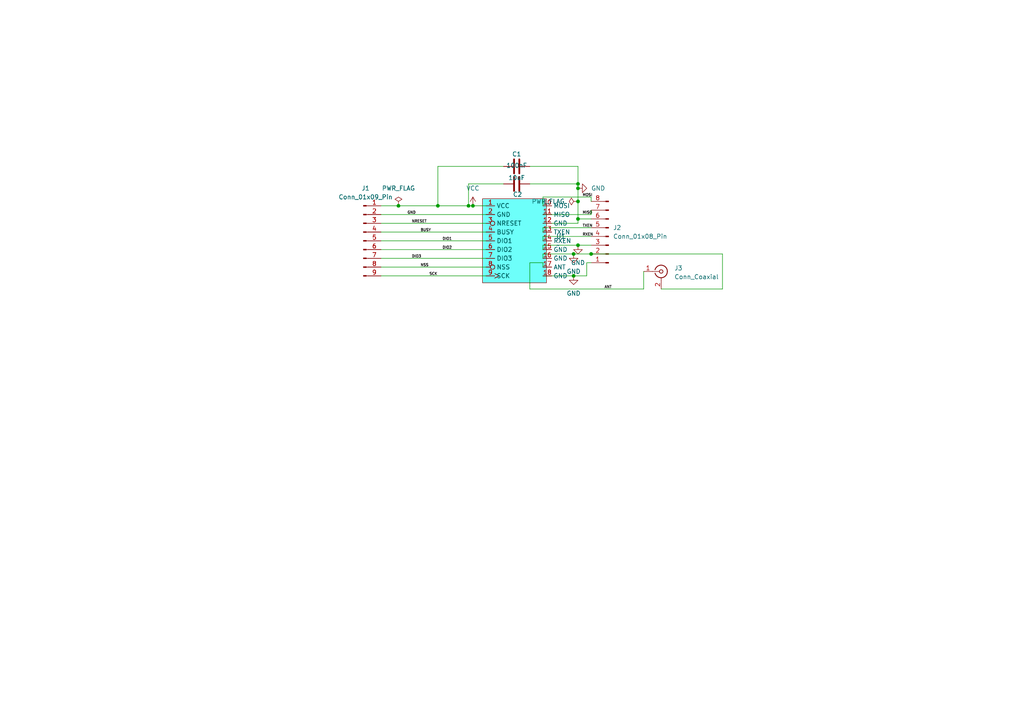
<source format=kicad_sch>
(kicad_sch
	(version 20250114)
	(generator "eeschema")
	(generator_version "9.0")
	(uuid "b6e519e5-49c8-47cd-9327-15504ba2c179")
	(paper "A4")
	(lib_symbols
		(symbol "Connector:Conn_01x08_Pin"
			(pin_names
				(offset 1.016)
				(hide yes)
			)
			(exclude_from_sim no)
			(in_bom yes)
			(on_board yes)
			(property "Reference" "J"
				(at 0 10.16 0)
				(effects
					(font
						(size 1.27 1.27)
					)
				)
			)
			(property "Value" "Conn_01x08_Pin"
				(at 0 -12.7 0)
				(effects
					(font
						(size 1.27 1.27)
					)
				)
			)
			(property "Footprint" ""
				(at 0 0 0)
				(effects
					(font
						(size 1.27 1.27)
					)
					(hide yes)
				)
			)
			(property "Datasheet" "~"
				(at 0 0 0)
				(effects
					(font
						(size 1.27 1.27)
					)
					(hide yes)
				)
			)
			(property "Description" "Generic connector, single row, 01x08, script generated"
				(at 0 0 0)
				(effects
					(font
						(size 1.27 1.27)
					)
					(hide yes)
				)
			)
			(property "ki_locked" ""
				(at 0 0 0)
				(effects
					(font
						(size 1.27 1.27)
					)
				)
			)
			(property "ki_keywords" "connector"
				(at 0 0 0)
				(effects
					(font
						(size 1.27 1.27)
					)
					(hide yes)
				)
			)
			(property "ki_fp_filters" "Connector*:*_1x??_*"
				(at 0 0 0)
				(effects
					(font
						(size 1.27 1.27)
					)
					(hide yes)
				)
			)
			(symbol "Conn_01x08_Pin_1_1"
				(rectangle
					(start 0.8636 7.747)
					(end 0 7.493)
					(stroke
						(width 0.1524)
						(type default)
					)
					(fill
						(type outline)
					)
				)
				(rectangle
					(start 0.8636 5.207)
					(end 0 4.953)
					(stroke
						(width 0.1524)
						(type default)
					)
					(fill
						(type outline)
					)
				)
				(rectangle
					(start 0.8636 2.667)
					(end 0 2.413)
					(stroke
						(width 0.1524)
						(type default)
					)
					(fill
						(type outline)
					)
				)
				(rectangle
					(start 0.8636 0.127)
					(end 0 -0.127)
					(stroke
						(width 0.1524)
						(type default)
					)
					(fill
						(type outline)
					)
				)
				(rectangle
					(start 0.8636 -2.413)
					(end 0 -2.667)
					(stroke
						(width 0.1524)
						(type default)
					)
					(fill
						(type outline)
					)
				)
				(rectangle
					(start 0.8636 -4.953)
					(end 0 -5.207)
					(stroke
						(width 0.1524)
						(type default)
					)
					(fill
						(type outline)
					)
				)
				(rectangle
					(start 0.8636 -7.493)
					(end 0 -7.747)
					(stroke
						(width 0.1524)
						(type default)
					)
					(fill
						(type outline)
					)
				)
				(rectangle
					(start 0.8636 -10.033)
					(end 0 -10.287)
					(stroke
						(width 0.1524)
						(type default)
					)
					(fill
						(type outline)
					)
				)
				(polyline
					(pts
						(xy 1.27 7.62) (xy 0.8636 7.62)
					)
					(stroke
						(width 0.1524)
						(type default)
					)
					(fill
						(type none)
					)
				)
				(polyline
					(pts
						(xy 1.27 5.08) (xy 0.8636 5.08)
					)
					(stroke
						(width 0.1524)
						(type default)
					)
					(fill
						(type none)
					)
				)
				(polyline
					(pts
						(xy 1.27 2.54) (xy 0.8636 2.54)
					)
					(stroke
						(width 0.1524)
						(type default)
					)
					(fill
						(type none)
					)
				)
				(polyline
					(pts
						(xy 1.27 0) (xy 0.8636 0)
					)
					(stroke
						(width 0.1524)
						(type default)
					)
					(fill
						(type none)
					)
				)
				(polyline
					(pts
						(xy 1.27 -2.54) (xy 0.8636 -2.54)
					)
					(stroke
						(width 0.1524)
						(type default)
					)
					(fill
						(type none)
					)
				)
				(polyline
					(pts
						(xy 1.27 -5.08) (xy 0.8636 -5.08)
					)
					(stroke
						(width 0.1524)
						(type default)
					)
					(fill
						(type none)
					)
				)
				(polyline
					(pts
						(xy 1.27 -7.62) (xy 0.8636 -7.62)
					)
					(stroke
						(width 0.1524)
						(type default)
					)
					(fill
						(type none)
					)
				)
				(polyline
					(pts
						(xy 1.27 -10.16) (xy 0.8636 -10.16)
					)
					(stroke
						(width 0.1524)
						(type default)
					)
					(fill
						(type none)
					)
				)
				(pin passive line
					(at 5.08 7.62 180)
					(length 3.81)
					(name "Pin_1"
						(effects
							(font
								(size 1.27 1.27)
							)
						)
					)
					(number "1"
						(effects
							(font
								(size 1.27 1.27)
							)
						)
					)
				)
				(pin passive line
					(at 5.08 5.08 180)
					(length 3.81)
					(name "Pin_2"
						(effects
							(font
								(size 1.27 1.27)
							)
						)
					)
					(number "2"
						(effects
							(font
								(size 1.27 1.27)
							)
						)
					)
				)
				(pin passive line
					(at 5.08 2.54 180)
					(length 3.81)
					(name "Pin_3"
						(effects
							(font
								(size 1.27 1.27)
							)
						)
					)
					(number "3"
						(effects
							(font
								(size 1.27 1.27)
							)
						)
					)
				)
				(pin passive line
					(at 5.08 0 180)
					(length 3.81)
					(name "Pin_4"
						(effects
							(font
								(size 1.27 1.27)
							)
						)
					)
					(number "4"
						(effects
							(font
								(size 1.27 1.27)
							)
						)
					)
				)
				(pin passive line
					(at 5.08 -2.54 180)
					(length 3.81)
					(name "Pin_5"
						(effects
							(font
								(size 1.27 1.27)
							)
						)
					)
					(number "5"
						(effects
							(font
								(size 1.27 1.27)
							)
						)
					)
				)
				(pin passive line
					(at 5.08 -5.08 180)
					(length 3.81)
					(name "Pin_6"
						(effects
							(font
								(size 1.27 1.27)
							)
						)
					)
					(number "6"
						(effects
							(font
								(size 1.27 1.27)
							)
						)
					)
				)
				(pin passive line
					(at 5.08 -7.62 180)
					(length 3.81)
					(name "Pin_7"
						(effects
							(font
								(size 1.27 1.27)
							)
						)
					)
					(number "7"
						(effects
							(font
								(size 1.27 1.27)
							)
						)
					)
				)
				(pin passive line
					(at 5.08 -10.16 180)
					(length 3.81)
					(name "Pin_8"
						(effects
							(font
								(size 1.27 1.27)
							)
						)
					)
					(number "8"
						(effects
							(font
								(size 1.27 1.27)
							)
						)
					)
				)
			)
			(embedded_fonts no)
		)
		(symbol "Connector:Conn_01x09_Pin"
			(pin_names
				(offset 1.016)
				(hide yes)
			)
			(exclude_from_sim no)
			(in_bom yes)
			(on_board yes)
			(property "Reference" "J"
				(at 0 12.7 0)
				(effects
					(font
						(size 1.27 1.27)
					)
				)
			)
			(property "Value" "Conn_01x09_Pin"
				(at 0 -12.7 0)
				(effects
					(font
						(size 1.27 1.27)
					)
				)
			)
			(property "Footprint" ""
				(at 0 0 0)
				(effects
					(font
						(size 1.27 1.27)
					)
					(hide yes)
				)
			)
			(property "Datasheet" "~"
				(at 0 0 0)
				(effects
					(font
						(size 1.27 1.27)
					)
					(hide yes)
				)
			)
			(property "Description" "Generic connector, single row, 01x09, script generated"
				(at 0 0 0)
				(effects
					(font
						(size 1.27 1.27)
					)
					(hide yes)
				)
			)
			(property "ki_locked" ""
				(at 0 0 0)
				(effects
					(font
						(size 1.27 1.27)
					)
				)
			)
			(property "ki_keywords" "connector"
				(at 0 0 0)
				(effects
					(font
						(size 1.27 1.27)
					)
					(hide yes)
				)
			)
			(property "ki_fp_filters" "Connector*:*_1x??_*"
				(at 0 0 0)
				(effects
					(font
						(size 1.27 1.27)
					)
					(hide yes)
				)
			)
			(symbol "Conn_01x09_Pin_1_1"
				(rectangle
					(start 0.8636 10.287)
					(end 0 10.033)
					(stroke
						(width 0.1524)
						(type default)
					)
					(fill
						(type outline)
					)
				)
				(rectangle
					(start 0.8636 7.747)
					(end 0 7.493)
					(stroke
						(width 0.1524)
						(type default)
					)
					(fill
						(type outline)
					)
				)
				(rectangle
					(start 0.8636 5.207)
					(end 0 4.953)
					(stroke
						(width 0.1524)
						(type default)
					)
					(fill
						(type outline)
					)
				)
				(rectangle
					(start 0.8636 2.667)
					(end 0 2.413)
					(stroke
						(width 0.1524)
						(type default)
					)
					(fill
						(type outline)
					)
				)
				(rectangle
					(start 0.8636 0.127)
					(end 0 -0.127)
					(stroke
						(width 0.1524)
						(type default)
					)
					(fill
						(type outline)
					)
				)
				(rectangle
					(start 0.8636 -2.413)
					(end 0 -2.667)
					(stroke
						(width 0.1524)
						(type default)
					)
					(fill
						(type outline)
					)
				)
				(rectangle
					(start 0.8636 -4.953)
					(end 0 -5.207)
					(stroke
						(width 0.1524)
						(type default)
					)
					(fill
						(type outline)
					)
				)
				(rectangle
					(start 0.8636 -7.493)
					(end 0 -7.747)
					(stroke
						(width 0.1524)
						(type default)
					)
					(fill
						(type outline)
					)
				)
				(rectangle
					(start 0.8636 -10.033)
					(end 0 -10.287)
					(stroke
						(width 0.1524)
						(type default)
					)
					(fill
						(type outline)
					)
				)
				(polyline
					(pts
						(xy 1.27 10.16) (xy 0.8636 10.16)
					)
					(stroke
						(width 0.1524)
						(type default)
					)
					(fill
						(type none)
					)
				)
				(polyline
					(pts
						(xy 1.27 7.62) (xy 0.8636 7.62)
					)
					(stroke
						(width 0.1524)
						(type default)
					)
					(fill
						(type none)
					)
				)
				(polyline
					(pts
						(xy 1.27 5.08) (xy 0.8636 5.08)
					)
					(stroke
						(width 0.1524)
						(type default)
					)
					(fill
						(type none)
					)
				)
				(polyline
					(pts
						(xy 1.27 2.54) (xy 0.8636 2.54)
					)
					(stroke
						(width 0.1524)
						(type default)
					)
					(fill
						(type none)
					)
				)
				(polyline
					(pts
						(xy 1.27 0) (xy 0.8636 0)
					)
					(stroke
						(width 0.1524)
						(type default)
					)
					(fill
						(type none)
					)
				)
				(polyline
					(pts
						(xy 1.27 -2.54) (xy 0.8636 -2.54)
					)
					(stroke
						(width 0.1524)
						(type default)
					)
					(fill
						(type none)
					)
				)
				(polyline
					(pts
						(xy 1.27 -5.08) (xy 0.8636 -5.08)
					)
					(stroke
						(width 0.1524)
						(type default)
					)
					(fill
						(type none)
					)
				)
				(polyline
					(pts
						(xy 1.27 -7.62) (xy 0.8636 -7.62)
					)
					(stroke
						(width 0.1524)
						(type default)
					)
					(fill
						(type none)
					)
				)
				(polyline
					(pts
						(xy 1.27 -10.16) (xy 0.8636 -10.16)
					)
					(stroke
						(width 0.1524)
						(type default)
					)
					(fill
						(type none)
					)
				)
				(pin passive line
					(at 5.08 10.16 180)
					(length 3.81)
					(name "Pin_1"
						(effects
							(font
								(size 1.27 1.27)
							)
						)
					)
					(number "1"
						(effects
							(font
								(size 1.27 1.27)
							)
						)
					)
				)
				(pin passive line
					(at 5.08 7.62 180)
					(length 3.81)
					(name "Pin_2"
						(effects
							(font
								(size 1.27 1.27)
							)
						)
					)
					(number "2"
						(effects
							(font
								(size 1.27 1.27)
							)
						)
					)
				)
				(pin passive line
					(at 5.08 5.08 180)
					(length 3.81)
					(name "Pin_3"
						(effects
							(font
								(size 1.27 1.27)
							)
						)
					)
					(number "3"
						(effects
							(font
								(size 1.27 1.27)
							)
						)
					)
				)
				(pin passive line
					(at 5.08 2.54 180)
					(length 3.81)
					(name "Pin_4"
						(effects
							(font
								(size 1.27 1.27)
							)
						)
					)
					(number "4"
						(effects
							(font
								(size 1.27 1.27)
							)
						)
					)
				)
				(pin passive line
					(at 5.08 0 180)
					(length 3.81)
					(name "Pin_5"
						(effects
							(font
								(size 1.27 1.27)
							)
						)
					)
					(number "5"
						(effects
							(font
								(size 1.27 1.27)
							)
						)
					)
				)
				(pin passive line
					(at 5.08 -2.54 180)
					(length 3.81)
					(name "Pin_6"
						(effects
							(font
								(size 1.27 1.27)
							)
						)
					)
					(number "6"
						(effects
							(font
								(size 1.27 1.27)
							)
						)
					)
				)
				(pin passive line
					(at 5.08 -5.08 180)
					(length 3.81)
					(name "Pin_7"
						(effects
							(font
								(size 1.27 1.27)
							)
						)
					)
					(number "7"
						(effects
							(font
								(size 1.27 1.27)
							)
						)
					)
				)
				(pin passive line
					(at 5.08 -7.62 180)
					(length 3.81)
					(name "Pin_8"
						(effects
							(font
								(size 1.27 1.27)
							)
						)
					)
					(number "8"
						(effects
							(font
								(size 1.27 1.27)
							)
						)
					)
				)
				(pin passive line
					(at 5.08 -10.16 180)
					(length 3.81)
					(name "Pin_9"
						(effects
							(font
								(size 1.27 1.27)
							)
						)
					)
					(number "9"
						(effects
							(font
								(size 1.27 1.27)
							)
						)
					)
				)
			)
			(embedded_fonts no)
		)
		(symbol "Connector:Conn_Coaxial"
			(pin_names
				(offset 1.016)
				(hide yes)
			)
			(exclude_from_sim no)
			(in_bom yes)
			(on_board yes)
			(property "Reference" "J"
				(at 0.254 3.048 0)
				(effects
					(font
						(size 1.27 1.27)
					)
				)
			)
			(property "Value" "Conn_Coaxial"
				(at 2.921 0 90)
				(effects
					(font
						(size 1.27 1.27)
					)
				)
			)
			(property "Footprint" ""
				(at 0 0 0)
				(effects
					(font
						(size 1.27 1.27)
					)
					(hide yes)
				)
			)
			(property "Datasheet" "~"
				(at 0 0 0)
				(effects
					(font
						(size 1.27 1.27)
					)
					(hide yes)
				)
			)
			(property "Description" "coaxial connector (BNC, SMA, SMB, SMC, Cinch/RCA, LEMO, ...)"
				(at 0 0 0)
				(effects
					(font
						(size 1.27 1.27)
					)
					(hide yes)
				)
			)
			(property "ki_keywords" "BNC SMA SMB SMC LEMO coaxial connector CINCH RCA MCX MMCX U.FL UMRF"
				(at 0 0 0)
				(effects
					(font
						(size 1.27 1.27)
					)
					(hide yes)
				)
			)
			(property "ki_fp_filters" "*BNC* *SMA* *SMB* *SMC* *Cinch* *LEMO* *UMRF* *MCX* *U.FL*"
				(at 0 0 0)
				(effects
					(font
						(size 1.27 1.27)
					)
					(hide yes)
				)
			)
			(symbol "Conn_Coaxial_0_1"
				(polyline
					(pts
						(xy -2.54 0) (xy -0.508 0)
					)
					(stroke
						(width 0)
						(type default)
					)
					(fill
						(type none)
					)
				)
				(arc
					(start 1.778 0)
					(mid 0.222 -1.8079)
					(end -1.778 -0.508)
					(stroke
						(width 0.254)
						(type default)
					)
					(fill
						(type none)
					)
				)
				(arc
					(start -1.778 0.508)
					(mid 0.2221 1.8084)
					(end 1.778 0)
					(stroke
						(width 0.254)
						(type default)
					)
					(fill
						(type none)
					)
				)
				(circle
					(center 0 0)
					(radius 0.508)
					(stroke
						(width 0.2032)
						(type default)
					)
					(fill
						(type none)
					)
				)
				(polyline
					(pts
						(xy 0 -2.54) (xy 0 -1.778)
					)
					(stroke
						(width 0)
						(type default)
					)
					(fill
						(type none)
					)
				)
			)
			(symbol "Conn_Coaxial_1_1"
				(pin passive line
					(at -5.08 0 0)
					(length 2.54)
					(name "In"
						(effects
							(font
								(size 1.27 1.27)
							)
						)
					)
					(number "1"
						(effects
							(font
								(size 1.27 1.27)
							)
						)
					)
				)
				(pin passive line
					(at 0 -5.08 90)
					(length 2.54)
					(name "Ext"
						(effects
							(font
								(size 1.27 1.27)
							)
						)
					)
					(number "2"
						(effects
							(font
								(size 1.27 1.27)
							)
						)
					)
				)
			)
			(embedded_fonts no)
		)
		(symbol "Device:C"
			(pin_numbers
				(hide yes)
			)
			(pin_names
				(offset 0.254)
			)
			(exclude_from_sim no)
			(in_bom yes)
			(on_board yes)
			(property "Reference" "C"
				(at 0.635 2.54 0)
				(effects
					(font
						(size 1.27 1.27)
					)
					(justify left)
				)
			)
			(property "Value" "C"
				(at 0.635 -2.54 0)
				(effects
					(font
						(size 1.27 1.27)
					)
					(justify left)
				)
			)
			(property "Footprint" ""
				(at 0.9652 -3.81 0)
				(effects
					(font
						(size 1.27 1.27)
					)
					(hide yes)
				)
			)
			(property "Datasheet" "~"
				(at 0 0 0)
				(effects
					(font
						(size 1.27 1.27)
					)
					(hide yes)
				)
			)
			(property "Description" "Unpolarized capacitor"
				(at 0 0 0)
				(effects
					(font
						(size 1.27 1.27)
					)
					(hide yes)
				)
			)
			(property "ki_keywords" "cap capacitor"
				(at 0 0 0)
				(effects
					(font
						(size 1.27 1.27)
					)
					(hide yes)
				)
			)
			(property "ki_fp_filters" "C_*"
				(at 0 0 0)
				(effects
					(font
						(size 1.27 1.27)
					)
					(hide yes)
				)
			)
			(symbol "C_0_1"
				(polyline
					(pts
						(xy -2.032 0.762) (xy 2.032 0.762)
					)
					(stroke
						(width 0.508)
						(type default)
					)
					(fill
						(type none)
					)
				)
				(polyline
					(pts
						(xy -2.032 -0.762) (xy 2.032 -0.762)
					)
					(stroke
						(width 0.508)
						(type default)
					)
					(fill
						(type none)
					)
				)
			)
			(symbol "C_1_1"
				(pin passive line
					(at 0 3.81 270)
					(length 2.794)
					(name "~"
						(effects
							(font
								(size 1.27 1.27)
							)
						)
					)
					(number "1"
						(effects
							(font
								(size 1.27 1.27)
							)
						)
					)
				)
				(pin passive line
					(at 0 -3.81 90)
					(length 2.794)
					(name "~"
						(effects
							(font
								(size 1.27 1.27)
							)
						)
					)
					(number "2"
						(effects
							(font
								(size 1.27 1.27)
							)
						)
					)
				)
			)
			(embedded_fonts no)
		)
		(symbol "My_RF_Modules:G-NiceRF_LoRa1280F27-TCXO"
			(exclude_from_sim no)
			(in_bom yes)
			(on_board yes)
			(property "Reference" "U1"
				(at 11.43 0.0001 0)
				(effects
					(font
						(size 1.27 1.27)
					)
					(justify left)
				)
			)
			(property "Value" "~"
				(at 11.43 -2.5399 0)
				(effects
					(font
						(size 1.27 1.27)
					)
					(justify left)
				)
			)
			(property "Footprint" "My_RF_Footprints:G-Nice RF SX1280-TCXO"
				(at 0 0 0)
				(effects
					(font
						(size 1.27 1.27)
					)
					(hide yes)
				)
			)
			(property "Datasheet" ""
				(at 0 0 0)
				(effects
					(font
						(size 1.27 1.27)
					)
					(hide yes)
				)
			)
			(property "Description" ""
				(at 0 0 0)
				(effects
					(font
						(size 1.27 1.27)
					)
					(hide yes)
				)
			)
			(symbol "G-NiceRF_LoRa1280F27-TCXO_1_1"
				(rectangle
					(start -9.906 10.922)
					(end 8.636 -13.462)
					(stroke
						(width 0)
						(type solid)
					)
					(fill
						(type color)
						(color 109 255 250 1)
					)
				)
				(pin power_in line
					(at -8.89 8.89 0)
					(length 2.54)
					(name "VCC"
						(effects
							(font
								(size 1.27 1.27)
							)
						)
					)
					(number "1"
						(effects
							(font
								(size 1.27 1.27)
							)
						)
					)
				)
				(pin power_in line
					(at -8.89 6.35 0)
					(length 2.54)
					(name "GND"
						(effects
							(font
								(size 1.27 1.27)
							)
						)
					)
					(number "2"
						(effects
							(font
								(size 1.27 1.27)
							)
						)
					)
				)
				(pin input inverted
					(at -8.89 3.81 0)
					(length 2.54)
					(name "NRESET"
						(effects
							(font
								(size 1.27 1.27)
							)
						)
					)
					(number "3"
						(effects
							(font
								(size 1.27 1.27)
							)
						)
					)
				)
				(pin output line
					(at -8.89 1.27 0)
					(length 2.54)
					(name "BUSY"
						(effects
							(font
								(size 1.27 1.27)
							)
						)
					)
					(number "4"
						(effects
							(font
								(size 1.27 1.27)
							)
						)
					)
				)
				(pin output line
					(at -8.89 -1.27 0)
					(length 2.54)
					(name "DIO1"
						(effects
							(font
								(size 1.27 1.27)
							)
						)
					)
					(number "5"
						(effects
							(font
								(size 1.27 1.27)
							)
						)
					)
				)
				(pin output line
					(at -8.89 -3.81 0)
					(length 2.54)
					(name "DIO2"
						(effects
							(font
								(size 1.27 1.27)
							)
						)
					)
					(number "6"
						(effects
							(font
								(size 1.27 1.27)
							)
						)
					)
				)
				(pin output line
					(at -8.89 -6.35 0)
					(length 2.54)
					(name "DIO3"
						(effects
							(font
								(size 1.27 1.27)
							)
						)
					)
					(number "7"
						(effects
							(font
								(size 1.27 1.27)
							)
						)
					)
				)
				(pin input inverted
					(at -8.89 -8.89 0)
					(length 2.54)
					(name "NSS"
						(effects
							(font
								(size 1.27 1.27)
							)
						)
					)
					(number "8"
						(effects
							(font
								(size 1.27 1.27)
							)
						)
					)
				)
				(pin input clock
					(at -8.89 -11.43 0)
					(length 2.54)
					(name "SCK"
						(effects
							(font
								(size 1.27 1.27)
							)
						)
					)
					(number "9"
						(effects
							(font
								(size 1.27 1.27)
							)
						)
					)
				)
				(pin input line
					(at 7.62 8.89 0)
					(length 2.54)
					(name "MOSI"
						(effects
							(font
								(size 1.27 1.27)
							)
						)
					)
					(number "10"
						(effects
							(font
								(size 1.27 1.27)
							)
						)
					)
				)
				(pin output line
					(at 7.62 6.35 0)
					(length 2.54)
					(name "MISO"
						(effects
							(font
								(size 1.27 1.27)
							)
						)
					)
					(number "11"
						(effects
							(font
								(size 1.27 1.27)
							)
						)
					)
				)
				(pin power_in line
					(at 7.62 3.81 0)
					(length 2.54)
					(name "GND"
						(effects
							(font
								(size 1.27 1.27)
							)
						)
					)
					(number "12"
						(effects
							(font
								(size 1.27 1.27)
							)
						)
					)
				)
				(pin input line
					(at 7.62 1.27 0)
					(length 2.54)
					(name "TXEN"
						(effects
							(font
								(size 1.27 1.27)
							)
						)
					)
					(number "13"
						(effects
							(font
								(size 1.27 1.27)
							)
						)
					)
				)
				(pin input line
					(at 7.62 -1.27 0)
					(length 2.54)
					(name "RXEN"
						(effects
							(font
								(size 1.27 1.27)
							)
						)
					)
					(number "14"
						(effects
							(font
								(size 1.27 1.27)
							)
						)
					)
				)
				(pin power_in line
					(at 7.62 -3.81 0)
					(length 2.54)
					(name "GND"
						(effects
							(font
								(size 1.27 1.27)
							)
						)
					)
					(number "15"
						(effects
							(font
								(size 1.27 1.27)
							)
						)
					)
				)
				(pin power_in line
					(at 7.62 -6.35 0)
					(length 2.54)
					(name "GND"
						(effects
							(font
								(size 1.27 1.27)
							)
						)
					)
					(number "16"
						(effects
							(font
								(size 1.27 1.27)
							)
						)
					)
				)
				(pin passive line
					(at 7.62 -8.89 0)
					(length 2.54)
					(name "ANT"
						(effects
							(font
								(size 1.27 1.27)
							)
						)
					)
					(number "17"
						(effects
							(font
								(size 1.27 1.27)
							)
						)
					)
				)
				(pin power_in line
					(at 7.62 -11.43 0)
					(length 2.54)
					(name "GND"
						(effects
							(font
								(size 1.27 1.27)
							)
						)
					)
					(number "18"
						(effects
							(font
								(size 1.27 1.27)
							)
						)
					)
				)
			)
			(embedded_fonts no)
		)
		(symbol "power:GND"
			(power)
			(pin_numbers
				(hide yes)
			)
			(pin_names
				(offset 0)
				(hide yes)
			)
			(exclude_from_sim no)
			(in_bom yes)
			(on_board yes)
			(property "Reference" "#PWR"
				(at 0 -6.35 0)
				(effects
					(font
						(size 1.27 1.27)
					)
					(hide yes)
				)
			)
			(property "Value" "GND"
				(at 0 -3.81 0)
				(effects
					(font
						(size 1.27 1.27)
					)
				)
			)
			(property "Footprint" ""
				(at 0 0 0)
				(effects
					(font
						(size 1.27 1.27)
					)
					(hide yes)
				)
			)
			(property "Datasheet" ""
				(at 0 0 0)
				(effects
					(font
						(size 1.27 1.27)
					)
					(hide yes)
				)
			)
			(property "Description" "Power symbol creates a global label with name \"GND\" , ground"
				(at 0 0 0)
				(effects
					(font
						(size 1.27 1.27)
					)
					(hide yes)
				)
			)
			(property "ki_keywords" "global power"
				(at 0 0 0)
				(effects
					(font
						(size 1.27 1.27)
					)
					(hide yes)
				)
			)
			(symbol "GND_0_1"
				(polyline
					(pts
						(xy 0 0) (xy 0 -1.27) (xy 1.27 -1.27) (xy 0 -2.54) (xy -1.27 -1.27) (xy 0 -1.27)
					)
					(stroke
						(width 0)
						(type default)
					)
					(fill
						(type none)
					)
				)
			)
			(symbol "GND_1_1"
				(pin power_in line
					(at 0 0 270)
					(length 0)
					(name "~"
						(effects
							(font
								(size 1.27 1.27)
							)
						)
					)
					(number "1"
						(effects
							(font
								(size 1.27 1.27)
							)
						)
					)
				)
			)
			(embedded_fonts no)
		)
		(symbol "power:PWR_FLAG"
			(power)
			(pin_numbers
				(hide yes)
			)
			(pin_names
				(offset 0)
				(hide yes)
			)
			(exclude_from_sim no)
			(in_bom yes)
			(on_board yes)
			(property "Reference" "#FLG"
				(at 0 1.905 0)
				(effects
					(font
						(size 1.27 1.27)
					)
					(hide yes)
				)
			)
			(property "Value" "PWR_FLAG"
				(at 0 3.81 0)
				(effects
					(font
						(size 1.27 1.27)
					)
				)
			)
			(property "Footprint" ""
				(at 0 0 0)
				(effects
					(font
						(size 1.27 1.27)
					)
					(hide yes)
				)
			)
			(property "Datasheet" "~"
				(at 0 0 0)
				(effects
					(font
						(size 1.27 1.27)
					)
					(hide yes)
				)
			)
			(property "Description" "Special symbol for telling ERC where power comes from"
				(at 0 0 0)
				(effects
					(font
						(size 1.27 1.27)
					)
					(hide yes)
				)
			)
			(property "ki_keywords" "flag power"
				(at 0 0 0)
				(effects
					(font
						(size 1.27 1.27)
					)
					(hide yes)
				)
			)
			(symbol "PWR_FLAG_0_0"
				(pin power_out line
					(at 0 0 90)
					(length 0)
					(name "~"
						(effects
							(font
								(size 1.27 1.27)
							)
						)
					)
					(number "1"
						(effects
							(font
								(size 1.27 1.27)
							)
						)
					)
				)
			)
			(symbol "PWR_FLAG_0_1"
				(polyline
					(pts
						(xy 0 0) (xy 0 1.27) (xy -1.016 1.905) (xy 0 2.54) (xy 1.016 1.905) (xy 0 1.27)
					)
					(stroke
						(width 0)
						(type default)
					)
					(fill
						(type none)
					)
				)
			)
			(embedded_fonts no)
		)
		(symbol "power:VCC"
			(power)
			(pin_numbers
				(hide yes)
			)
			(pin_names
				(offset 0)
				(hide yes)
			)
			(exclude_from_sim no)
			(in_bom yes)
			(on_board yes)
			(property "Reference" "#PWR"
				(at 0 -3.81 0)
				(effects
					(font
						(size 1.27 1.27)
					)
					(hide yes)
				)
			)
			(property "Value" "VCC"
				(at 0 3.556 0)
				(effects
					(font
						(size 1.27 1.27)
					)
				)
			)
			(property "Footprint" ""
				(at 0 0 0)
				(effects
					(font
						(size 1.27 1.27)
					)
					(hide yes)
				)
			)
			(property "Datasheet" ""
				(at 0 0 0)
				(effects
					(font
						(size 1.27 1.27)
					)
					(hide yes)
				)
			)
			(property "Description" "Power symbol creates a global label with name \"VCC\""
				(at 0 0 0)
				(effects
					(font
						(size 1.27 1.27)
					)
					(hide yes)
				)
			)
			(property "ki_keywords" "global power"
				(at 0 0 0)
				(effects
					(font
						(size 1.27 1.27)
					)
					(hide yes)
				)
			)
			(symbol "VCC_0_1"
				(polyline
					(pts
						(xy -0.762 1.27) (xy 0 2.54)
					)
					(stroke
						(width 0)
						(type default)
					)
					(fill
						(type none)
					)
				)
				(polyline
					(pts
						(xy 0 2.54) (xy 0.762 1.27)
					)
					(stroke
						(width 0)
						(type default)
					)
					(fill
						(type none)
					)
				)
				(polyline
					(pts
						(xy 0 0) (xy 0 2.54)
					)
					(stroke
						(width 0)
						(type default)
					)
					(fill
						(type none)
					)
				)
			)
			(symbol "VCC_1_1"
				(pin power_in line
					(at 0 0 90)
					(length 0)
					(name "~"
						(effects
							(font
								(size 1.27 1.27)
							)
						)
					)
					(number "1"
						(effects
							(font
								(size 1.27 1.27)
							)
						)
					)
				)
			)
			(embedded_fonts no)
		)
	)
	(junction
		(at 167.64 54.61)
		(diameter 0)
		(color 0 0 0 0)
		(uuid "2075e613-b8f5-4643-9b91-1ed3820e8059")
	)
	(junction
		(at 167.64 63.5)
		(diameter 0)
		(color 0 0 0 0)
		(uuid "214e8f9c-f77a-4b97-88d0-5a200142e44e")
	)
	(junction
		(at 166.37 73.66)
		(diameter 0)
		(color 0 0 0 0)
		(uuid "2e12c8aa-f2eb-4c0b-967e-120966a87d98")
	)
	(junction
		(at 167.64 71.12)
		(diameter 0)
		(color 0 0 0 0)
		(uuid "30b9d567-5808-4a9c-8c0d-a4135a380f5d")
	)
	(junction
		(at 167.64 58.42)
		(diameter 0)
		(color 0 0 0 0)
		(uuid "4baa792e-6dda-45f6-9ca3-4e4e9962c9f1")
	)
	(junction
		(at 167.64 53.34)
		(diameter 0)
		(color 0 0 0 0)
		(uuid "55a256fc-0516-428e-a21f-706e1242aea3")
	)
	(junction
		(at 127 59.69)
		(diameter 0)
		(color 0 0 0 0)
		(uuid "6874fbbd-f0c6-4329-bb7a-c964a9282d6f")
	)
	(junction
		(at 137.16 59.69)
		(diameter 0)
		(color 0 0 0 0)
		(uuid "74ff9d4e-e16b-4b16-85a8-989b0e8d7c39")
	)
	(junction
		(at 171.45 73.66)
		(diameter 0)
		(color 0 0 0 0)
		(uuid "c2cf29fa-97c1-4b8d-95b3-d751b4e51932")
	)
	(junction
		(at 135.89 59.69)
		(diameter 0)
		(color 0 0 0 0)
		(uuid "cd682f6f-684f-4009-8946-95e3e1479bd4")
	)
	(junction
		(at 166.37 80.01)
		(diameter 0)
		(color 0 0 0 0)
		(uuid "ded55575-6b6b-42eb-bf8e-372b7c99950b")
	)
	(junction
		(at 115.57 59.69)
		(diameter 0)
		(color 0 0 0 0)
		(uuid "e3f44c4d-f956-4b11-b278-1987ed639472")
	)
	(wire
		(pts
			(xy 157.48 76.2) (xy 153.67 76.2)
		)
		(stroke
			(width 0)
			(type default)
		)
		(uuid "05796c49-c883-4540-b6ed-6c06af7cc073")
	)
	(wire
		(pts
			(xy 167.64 58.42) (xy 167.64 63.5)
		)
		(stroke
			(width 0)
			(type default)
		)
		(uuid "079df26f-78d3-43ad-92d4-b1871c213cb0")
	)
	(wire
		(pts
			(xy 186.69 78.74) (xy 186.69 83.82)
		)
		(stroke
			(width 0)
			(type default)
		)
		(uuid "08a64337-ffbd-4545-8cf7-0fdddc54fef9")
	)
	(wire
		(pts
			(xy 171.45 57.15) (xy 171.45 58.42)
		)
		(stroke
			(width 0)
			(type default)
		)
		(uuid "0a10f3cc-24da-4fe5-9ac5-55fa9fc02423")
	)
	(wire
		(pts
			(xy 110.49 62.23) (xy 140.97 62.23)
		)
		(stroke
			(width 0)
			(type default)
		)
		(uuid "1077d684-8fa6-4a77-8766-9061c2fda44b")
	)
	(wire
		(pts
			(xy 153.67 76.2) (xy 153.67 83.82)
		)
		(stroke
			(width 0)
			(type default)
		)
		(uuid "14d5200d-555a-4206-bdd1-31cb1e9bc93f")
	)
	(wire
		(pts
			(xy 135.89 59.69) (xy 137.16 59.69)
		)
		(stroke
			(width 0)
			(type default)
		)
		(uuid "167686f0-426e-4683-9c08-c6efeee7ac7d")
	)
	(wire
		(pts
			(xy 110.49 59.69) (xy 115.57 59.69)
		)
		(stroke
			(width 0)
			(type default)
		)
		(uuid "1eb0a0d2-8e62-4cf9-9143-466a5f504d9d")
	)
	(wire
		(pts
			(xy 167.64 54.61) (xy 167.64 58.42)
		)
		(stroke
			(width 0)
			(type default)
		)
		(uuid "2ece743b-3bed-4147-88e3-1a6840a79b7f")
	)
	(wire
		(pts
			(xy 110.49 77.47) (xy 140.97 77.47)
		)
		(stroke
			(width 0)
			(type default)
		)
		(uuid "2f6fca05-4898-4598-b9c8-c0591a835cf7")
	)
	(wire
		(pts
			(xy 166.37 73.66) (xy 171.45 73.66)
		)
		(stroke
			(width 0)
			(type default)
		)
		(uuid "446ed4e2-d983-48e5-90dd-813395cb18e9")
	)
	(wire
		(pts
			(xy 137.16 59.69) (xy 140.97 59.69)
		)
		(stroke
			(width 0)
			(type default)
		)
		(uuid "454f4ab5-672e-4c12-824e-aff3fc57c481")
	)
	(wire
		(pts
			(xy 146.05 53.34) (xy 135.89 53.34)
		)
		(stroke
			(width 0)
			(type default)
		)
		(uuid "467cc558-6266-4958-bf50-f58f25c52f91")
	)
	(wire
		(pts
			(xy 146.05 48.26) (xy 127 48.26)
		)
		(stroke
			(width 0)
			(type default)
		)
		(uuid "48ca1e60-8f4d-4ecc-bc61-f1a3860d5909")
	)
	(wire
		(pts
			(xy 157.48 68.58) (xy 157.48 69.85)
		)
		(stroke
			(width 0)
			(type default)
		)
		(uuid "493c5592-963f-4015-9a81-ac7545badf7d")
	)
	(wire
		(pts
			(xy 110.49 69.85) (xy 140.97 69.85)
		)
		(stroke
			(width 0)
			(type default)
		)
		(uuid "4a57fec1-77e2-44c7-8750-6e7a860d03a4")
	)
	(wire
		(pts
			(xy 110.49 67.31) (xy 140.97 67.31)
		)
		(stroke
			(width 0)
			(type default)
		)
		(uuid "4f0b1e13-870b-4384-a821-56ce8372fa69")
	)
	(wire
		(pts
			(xy 167.64 63.5) (xy 167.64 64.77)
		)
		(stroke
			(width 0)
			(type default)
		)
		(uuid "52f89f85-9f19-4ed3-8652-c08f254b5e41")
	)
	(wire
		(pts
			(xy 171.45 66.04) (xy 157.48 66.04)
		)
		(stroke
			(width 0)
			(type default)
		)
		(uuid "5522202c-56ce-4137-ab86-55ac72e19db7")
	)
	(wire
		(pts
			(xy 209.55 83.82) (xy 209.55 73.66)
		)
		(stroke
			(width 0)
			(type default)
		)
		(uuid "5554a0e3-f478-48fc-b796-4563344e1988")
	)
	(wire
		(pts
			(xy 110.49 72.39) (xy 140.97 72.39)
		)
		(stroke
			(width 0)
			(type default)
		)
		(uuid "59fb3495-061e-4bb2-ac03-ee95d769d80b")
	)
	(wire
		(pts
			(xy 157.48 57.15) (xy 157.48 59.69)
		)
		(stroke
			(width 0)
			(type default)
		)
		(uuid "60debedc-117f-4199-9770-1d1cb76fb3c0")
	)
	(wire
		(pts
			(xy 171.45 68.58) (xy 157.48 68.58)
		)
		(stroke
			(width 0)
			(type default)
		)
		(uuid "61eb264d-6529-4c97-aabf-cdd6d55959bc")
	)
	(wire
		(pts
			(xy 167.64 53.34) (xy 167.64 54.61)
		)
		(stroke
			(width 0)
			(type default)
		)
		(uuid "6af59d14-9df5-4523-9d4d-e18468fc2698")
	)
	(wire
		(pts
			(xy 171.45 63.5) (xy 167.64 63.5)
		)
		(stroke
			(width 0)
			(type default)
		)
		(uuid "6c3fc40a-add3-427b-bffa-5235b1487604")
	)
	(wire
		(pts
			(xy 135.89 53.34) (xy 135.89 59.69)
		)
		(stroke
			(width 0)
			(type default)
		)
		(uuid "71d98c7b-66eb-4c54-9fcf-edf360144c09")
	)
	(wire
		(pts
			(xy 171.45 71.12) (xy 167.64 71.12)
		)
		(stroke
			(width 0)
			(type default)
		)
		(uuid "7878a692-eb20-47fc-a2f2-d7cef84ff4f0")
	)
	(wire
		(pts
			(xy 171.45 73.66) (xy 209.55 73.66)
		)
		(stroke
			(width 0)
			(type default)
		)
		(uuid "8e004a3a-451a-4f04-b89d-dfc0c782f9f5")
	)
	(wire
		(pts
			(xy 166.37 80.01) (xy 170.18 80.01)
		)
		(stroke
			(width 0)
			(type default)
		)
		(uuid "91d5878f-0a46-404e-b65e-6814bb282252")
	)
	(wire
		(pts
			(xy 110.49 74.93) (xy 140.97 74.93)
		)
		(stroke
			(width 0)
			(type default)
		)
		(uuid "95dfab7f-8e89-43e9-bfc6-5ed00cb0a605")
	)
	(wire
		(pts
			(xy 157.48 62.23) (xy 171.45 62.23)
		)
		(stroke
			(width 0)
			(type default)
		)
		(uuid "970f1b57-7f49-4bdd-bd16-cd801d0b500f")
	)
	(wire
		(pts
			(xy 157.48 73.66) (xy 157.48 74.93)
		)
		(stroke
			(width 0)
			(type default)
		)
		(uuid "9823cdf2-dc53-4982-9c18-d272bbceada0")
	)
	(wire
		(pts
			(xy 157.48 80.01) (xy 166.37 80.01)
		)
		(stroke
			(width 0)
			(type default)
		)
		(uuid "9a01b400-0a0e-4dbc-8f03-80f1528bb5af")
	)
	(wire
		(pts
			(xy 110.49 80.01) (xy 140.97 80.01)
		)
		(stroke
			(width 0)
			(type default)
		)
		(uuid "b1e35875-a0fb-4f92-9749-4f23dd86c60f")
	)
	(wire
		(pts
			(xy 127 48.26) (xy 127 59.69)
		)
		(stroke
			(width 0)
			(type default)
		)
		(uuid "be74b636-c41f-4ffe-9ecc-4ae6e7653f04")
	)
	(wire
		(pts
			(xy 167.64 71.12) (xy 157.48 71.12)
		)
		(stroke
			(width 0)
			(type default)
		)
		(uuid "c0b1ebce-9e6a-4f5b-abfb-e52431c28031")
	)
	(wire
		(pts
			(xy 167.64 48.26) (xy 167.64 53.34)
		)
		(stroke
			(width 0)
			(type default)
		)
		(uuid "c4a62d7e-a5a8-47d3-b6b3-aec6e3d3080a")
	)
	(wire
		(pts
			(xy 157.48 66.04) (xy 157.48 67.31)
		)
		(stroke
			(width 0)
			(type default)
		)
		(uuid "c69f86eb-81ba-4cd2-9267-9346a4a333fe")
	)
	(wire
		(pts
			(xy 115.57 59.69) (xy 127 59.69)
		)
		(stroke
			(width 0)
			(type default)
		)
		(uuid "cd9e57cd-6dfc-4ede-a3ca-294e5a6a638f")
	)
	(wire
		(pts
			(xy 170.18 80.01) (xy 170.18 76.2)
		)
		(stroke
			(width 0)
			(type default)
		)
		(uuid "d5665c43-e6f0-4099-9434-10b277941d57")
	)
	(wire
		(pts
			(xy 157.48 71.12) (xy 157.48 72.39)
		)
		(stroke
			(width 0)
			(type default)
		)
		(uuid "da382fa9-2598-4575-a6a7-8718c400fe1d")
	)
	(wire
		(pts
			(xy 153.67 48.26) (xy 167.64 48.26)
		)
		(stroke
			(width 0)
			(type default)
		)
		(uuid "e0c39156-8f12-486a-bc92-b38a6880cbbc")
	)
	(wire
		(pts
			(xy 127 59.69) (xy 135.89 59.69)
		)
		(stroke
			(width 0)
			(type default)
		)
		(uuid "e0d90a9b-bee5-414e-88e1-478babfdcd95")
	)
	(wire
		(pts
			(xy 110.49 64.77) (xy 140.97 64.77)
		)
		(stroke
			(width 0)
			(type default)
		)
		(uuid "e94c785f-7cc8-4168-abab-f3b81de95076")
	)
	(wire
		(pts
			(xy 167.64 64.77) (xy 157.48 64.77)
		)
		(stroke
			(width 0)
			(type default)
		)
		(uuid "ef94a596-191d-49c6-b68e-1e9b068deaac")
	)
	(wire
		(pts
			(xy 157.48 76.2) (xy 157.48 77.47)
		)
		(stroke
			(width 0)
			(type default)
		)
		(uuid "f05ff7ea-630d-405a-bfe5-6b3e80d3dc5a")
	)
	(wire
		(pts
			(xy 171.45 62.23) (xy 171.45 60.96)
		)
		(stroke
			(width 0)
			(type default)
		)
		(uuid "f544ced6-40e5-4bc2-a723-fc8b7b6cb8bc")
	)
	(wire
		(pts
			(xy 153.67 53.34) (xy 167.64 53.34)
		)
		(stroke
			(width 0)
			(type default)
		)
		(uuid "f59cf390-d786-44f4-9c67-e9c5a0666cd7")
	)
	(wire
		(pts
			(xy 191.77 83.82) (xy 209.55 83.82)
		)
		(stroke
			(width 0)
			(type default)
		)
		(uuid "f6ff4daa-8aa7-476a-bffc-1bf7074e1ee7")
	)
	(wire
		(pts
			(xy 153.67 83.82) (xy 186.69 83.82)
		)
		(stroke
			(width 0)
			(type default)
		)
		(uuid "f993288e-fb10-40c3-b3a8-80e509f10a91")
	)
	(wire
		(pts
			(xy 166.37 73.66) (xy 157.48 73.66)
		)
		(stroke
			(width 0)
			(type default)
		)
		(uuid "fbe54c92-bbbf-43e8-a0c5-bfebae3d1115")
	)
	(wire
		(pts
			(xy 157.48 57.15) (xy 171.45 57.15)
		)
		(stroke
			(width 0)
			(type default)
		)
		(uuid "fd56c1f5-5304-408c-a634-5a64c6048131")
	)
	(wire
		(pts
			(xy 170.18 76.2) (xy 171.45 76.2)
		)
		(stroke
			(width 0)
			(type default)
		)
		(uuid "ff49a382-76c6-46a0-9170-43c28a4d3db6")
	)
	(label "BUSY"
		(at 121.92 67.31 0)
		(effects
			(font
				(size 0.762 0.762)
			)
			(justify left bottom)
		)
		(uuid "0ecb03c7-41d9-4ba3-b249-effc8822f6b2")
	)
	(label "TXEN"
		(at 168.91 66.04 0)
		(effects
			(font
				(size 0.762 0.762)
			)
			(justify left bottom)
		)
		(uuid "1f02f805-e9c5-4455-a5e9-de53fd21b01f")
	)
	(label "MOSI"
		(at 168.91 57.15 0)
		(effects
			(font
				(size 0.762 0.762)
			)
			(justify left bottom)
		)
		(uuid "23f30bcb-2848-4deb-9cd2-f35fcfcd2aef")
	)
	(label "DIO1"
		(at 128.27 69.85 0)
		(effects
			(font
				(size 0.762 0.762)
			)
			(justify left bottom)
		)
		(uuid "34a57750-d88f-4ab5-8772-b7e42e15ea08")
	)
	(label "ANT"
		(at 175.26 83.82 0)
		(effects
			(font
				(size 0.762 0.762)
			)
			(justify left bottom)
		)
		(uuid "3b7e96c3-dc5f-4ec9-9346-af1ddbad6e05")
	)
	(label "DIO3"
		(at 119.38 74.93 0)
		(effects
			(font
				(size 0.762 0.762)
			)
			(justify left bottom)
		)
		(uuid "6c7a7589-6aa7-4e02-8ff9-f1c2bbbc4423")
	)
	(label "GND"
		(at 118.11 62.23 0)
		(effects
			(font
				(size 0.762 0.762)
			)
			(justify left bottom)
		)
		(uuid "8aaf9151-d6bc-4011-a2ee-59be004640bc")
	)
	(label "RXEN"
		(at 168.91 68.58 0)
		(effects
			(font
				(size 0.762 0.762)
			)
			(justify left bottom)
		)
		(uuid "cb0acc3b-a7be-4d02-ae08-de118b6963b2")
	)
	(label "SCK"
		(at 124.46 80.01 0)
		(effects
			(font
				(size 0.762 0.762)
			)
			(justify left bottom)
		)
		(uuid "d3ea26af-e4d4-4805-9e98-56da7a10d424")
	)
	(label "NRESET"
		(at 119.38 64.77 0)
		(effects
			(font
				(size 0.762 0.762)
			)
			(justify left bottom)
		)
		(uuid "dba0eadf-32ba-4f3c-96b5-c175e31e63b4")
	)
	(label "NSS"
		(at 121.92 77.47 0)
		(effects
			(font
				(size 0.762 0.762)
			)
			(justify left bottom)
		)
		(uuid "fbf4e8ed-aed9-4644-8b3b-0359519f5fb3")
	)
	(label "DIO2"
		(at 128.27 72.39 0)
		(effects
			(font
				(size 0.762 0.762)
			)
			(justify left bottom)
		)
		(uuid "fd85a8f8-f87d-46fd-bbbe-fce65a8ebdd0")
	)
	(label "MISO"
		(at 168.91 62.23 0)
		(effects
			(font
				(size 0.762 0.762)
			)
			(justify left bottom)
		)
		(uuid "ffb16362-e859-4710-8e33-52cab26936fb")
	)
	(symbol
		(lib_id "power:GND")
		(at 167.64 54.61 90)
		(unit 1)
		(exclude_from_sim no)
		(in_bom yes)
		(on_board yes)
		(dnp no)
		(fields_autoplaced yes)
		(uuid "05b10944-4b67-4f4b-944e-2546836c17da")
		(property "Reference" "#PWR02"
			(at 173.99 54.61 0)
			(effects
				(font
					(size 1.27 1.27)
				)
				(hide yes)
			)
		)
		(property "Value" "GND"
			(at 171.45 54.6099 90)
			(effects
				(font
					(size 1.27 1.27)
				)
				(justify right)
			)
		)
		(property "Footprint" ""
			(at 167.64 54.61 0)
			(effects
				(font
					(size 1.27 1.27)
				)
				(hide yes)
			)
		)
		(property "Datasheet" ""
			(at 167.64 54.61 0)
			(effects
				(font
					(size 1.27 1.27)
				)
				(hide yes)
			)
		)
		(property "Description" "Power symbol creates a global label with name \"GND\" , ground"
			(at 167.64 54.61 0)
			(effects
				(font
					(size 1.27 1.27)
				)
				(hide yes)
			)
		)
		(pin "1"
			(uuid "7c130289-1a9f-4632-93d0-2158827279fc")
		)
		(instances
			(project ""
				(path "/b6e519e5-49c8-47cd-9327-15504ba2c179"
					(reference "#PWR02")
					(unit 1)
				)
			)
		)
	)
	(symbol
		(lib_id "Connector:Conn_01x09_Pin")
		(at 105.41 69.85 0)
		(unit 1)
		(exclude_from_sim no)
		(in_bom yes)
		(on_board yes)
		(dnp no)
		(fields_autoplaced yes)
		(uuid "15297de2-94e4-4fe4-918e-f11437802030")
		(property "Reference" "J1"
			(at 106.045 54.61 0)
			(effects
				(font
					(size 1.27 1.27)
				)
			)
		)
		(property "Value" "Conn_01x09_Pin"
			(at 106.045 57.15 0)
			(effects
				(font
					(size 1.27 1.27)
				)
			)
		)
		(property "Footprint" "Connector_PinHeader_2.54mm:PinHeader_1x09_P2.54mm_Vertical"
			(at 105.41 69.85 0)
			(effects
				(font
					(size 1.27 1.27)
				)
				(hide yes)
			)
		)
		(property "Datasheet" "~"
			(at 105.41 69.85 0)
			(effects
				(font
					(size 1.27 1.27)
				)
				(hide yes)
			)
		)
		(property "Description" "Generic connector, single row, 01x09, script generated"
			(at 105.41 69.85 0)
			(effects
				(font
					(size 1.27 1.27)
				)
				(hide yes)
			)
		)
		(pin "6"
			(uuid "4c003475-1e1d-4616-95e8-9de614150d18")
		)
		(pin "3"
			(uuid "dee84ea0-6099-4575-bd05-436d0a98cbe1")
		)
		(pin "4"
			(uuid "30749d77-fbf5-472f-981e-34ce3587c88a")
		)
		(pin "5"
			(uuid "00493d9f-29fe-4dce-b0fc-ba3546ae91ca")
		)
		(pin "9"
			(uuid "e5d69c48-6f98-4caa-8f6c-5b3ccf967deb")
		)
		(pin "2"
			(uuid "aa967f9e-7c50-4864-b17f-a7392f3a6831")
		)
		(pin "1"
			(uuid "db33c8c7-9522-4283-8005-c50fe50b4b33")
		)
		(pin "7"
			(uuid "27825267-b974-42ab-a44d-da8578f98881")
		)
		(pin "8"
			(uuid "ac1e9b20-5e07-4fc0-9c8f-55d017beef6f")
		)
		(instances
			(project ""
				(path "/b6e519e5-49c8-47cd-9327-15504ba2c179"
					(reference "J1")
					(unit 1)
				)
			)
		)
	)
	(symbol
		(lib_id "Device:C")
		(at 149.86 53.34 270)
		(unit 1)
		(exclude_from_sim no)
		(in_bom yes)
		(on_board yes)
		(dnp no)
		(uuid "28f7a994-2955-4645-8629-8f1a54668d90")
		(property "Reference" "C2"
			(at 150.114 56.388 90)
			(effects
				(font
					(size 1.27 1.27)
				)
			)
		)
		(property "Value" "10uF"
			(at 149.86 51.562 90)
			(effects
				(font
					(size 1.27 1.27)
				)
			)
		)
		(property "Footprint" "Capacitor_SMD:C_0805_2012Metric"
			(at 146.05 54.3052 0)
			(effects
				(font
					(size 1.27 1.27)
				)
				(hide yes)
			)
		)
		(property "Datasheet" "~"
			(at 149.86 53.34 0)
			(effects
				(font
					(size 1.27 1.27)
				)
				(hide yes)
			)
		)
		(property "Description" "Unpolarized capacitor"
			(at 149.86 53.34 0)
			(effects
				(font
					(size 1.27 1.27)
				)
				(hide yes)
			)
		)
		(pin "1"
			(uuid "e8dd8eb1-0d37-4e5c-90e3-8597851a89b3")
		)
		(pin "2"
			(uuid "ee416e8f-2fe7-4644-af85-c72bff7b8046")
		)
		(instances
			(project ""
				(path "/b6e519e5-49c8-47cd-9327-15504ba2c179"
					(reference "C2")
					(unit 1)
				)
			)
		)
	)
	(symbol
		(lib_id "power:GND")
		(at 166.37 80.01 0)
		(unit 1)
		(exclude_from_sim no)
		(in_bom yes)
		(on_board yes)
		(dnp no)
		(fields_autoplaced yes)
		(uuid "63fa846d-2179-4fae-9a06-081bf71226a5")
		(property "Reference" "#PWR03"
			(at 166.37 86.36 0)
			(effects
				(font
					(size 1.27 1.27)
				)
				(hide yes)
			)
		)
		(property "Value" "GND"
			(at 166.37 85.09 0)
			(effects
				(font
					(size 1.27 1.27)
				)
			)
		)
		(property "Footprint" ""
			(at 166.37 80.01 0)
			(effects
				(font
					(size 1.27 1.27)
				)
				(hide yes)
			)
		)
		(property "Datasheet" ""
			(at 166.37 80.01 0)
			(effects
				(font
					(size 1.27 1.27)
				)
				(hide yes)
			)
		)
		(property "Description" "Power symbol creates a global label with name \"GND\" , ground"
			(at 166.37 80.01 0)
			(effects
				(font
					(size 1.27 1.27)
				)
				(hide yes)
			)
		)
		(pin "1"
			(uuid "b0bb07e0-a546-4443-921f-f6f1e79d9577")
		)
		(instances
			(project ""
				(path "/b6e519e5-49c8-47cd-9327-15504ba2c179"
					(reference "#PWR03")
					(unit 1)
				)
			)
		)
	)
	(symbol
		(lib_id "power:VCC")
		(at 137.16 59.69 0)
		(unit 1)
		(exclude_from_sim no)
		(in_bom yes)
		(on_board yes)
		(dnp no)
		(fields_autoplaced yes)
		(uuid "849fad24-2abd-470a-94e9-a1daa7236619")
		(property "Reference" "#PWR01"
			(at 137.16 63.5 0)
			(effects
				(font
					(size 1.27 1.27)
				)
				(hide yes)
			)
		)
		(property "Value" "VCC"
			(at 137.16 54.61 0)
			(effects
				(font
					(size 1.27 1.27)
				)
			)
		)
		(property "Footprint" ""
			(at 137.16 59.69 0)
			(effects
				(font
					(size 1.27 1.27)
				)
				(hide yes)
			)
		)
		(property "Datasheet" ""
			(at 137.16 59.69 0)
			(effects
				(font
					(size 1.27 1.27)
				)
				(hide yes)
			)
		)
		(property "Description" "Power symbol creates a global label with name \"VCC\""
			(at 137.16 59.69 0)
			(effects
				(font
					(size 1.27 1.27)
				)
				(hide yes)
			)
		)
		(pin "1"
			(uuid "bcc6d452-9495-455f-a898-9bb9fbf6176f")
		)
		(instances
			(project ""
				(path "/b6e519e5-49c8-47cd-9327-15504ba2c179"
					(reference "#PWR01")
					(unit 1)
				)
			)
		)
	)
	(symbol
		(lib_id "My_RF_Modules:G-NiceRF_LoRa1280F27-TCXO")
		(at 149.86 68.58 0)
		(unit 1)
		(exclude_from_sim no)
		(in_bom yes)
		(on_board yes)
		(dnp no)
		(fields_autoplaced yes)
		(uuid "84ef9dcd-4544-4a3d-b22d-af6d44d6c854")
		(property "Reference" "U1"
			(at 161.29 68.5799 0)
			(effects
				(font
					(size 1.27 1.27)
				)
				(justify left)
			)
		)
		(property "Value" "~"
			(at 161.29 71.1199 0)
			(effects
				(font
					(size 1.27 1.27)
				)
				(justify left)
			)
		)
		(property "Footprint" "My_RF_Footprints:G-Nice RF SX1280-TCXO"
			(at 149.86 68.58 0)
			(effects
				(font
					(size 1.27 1.27)
				)
				(hide yes)
			)
		)
		(property "Datasheet" ""
			(at 149.86 68.58 0)
			(effects
				(font
					(size 1.27 1.27)
				)
				(hide yes)
			)
		)
		(property "Description" ""
			(at 149.86 68.58 0)
			(effects
				(font
					(size 1.27 1.27)
				)
				(hide yes)
			)
		)
		(pin "8"
			(uuid "1a0f5d96-2ac1-46d9-b89c-c1c37647747b")
		)
		(pin "9"
			(uuid "7adb366b-ad63-4a74-ab64-46d9569f0a37")
		)
		(pin "1"
			(uuid "e4a66b8c-a805-447c-a11a-fb6a8dcb800c")
		)
		(pin "2"
			(uuid "ff66078d-9dac-4544-9d6a-d2f312b2f315")
		)
		(pin "4"
			(uuid "39c014b6-fee8-40b3-ad3d-e17d3e987a77")
		)
		(pin "3"
			(uuid "4538c242-ca70-475c-b2ff-63516bb5a8ac")
		)
		(pin "5"
			(uuid "528495c9-b7d7-4abc-b5d5-fa6ea0339d94")
		)
		(pin "6"
			(uuid "45e58057-00e3-4d9e-b25f-d6f367059826")
		)
		(pin "7"
			(uuid "f9730681-d884-4bb4-b3f8-ea3ca5b744dd")
		)
		(pin "17"
			(uuid "b2c21229-e1b5-49cd-97e3-bc9bf15f0c71")
		)
		(pin "18"
			(uuid "ef8166eb-a004-4640-a09b-c38079823a51")
		)
		(pin "12"
			(uuid "12f42669-50c5-4aaf-aa10-ba5ff64f30ee")
		)
		(pin "10"
			(uuid "0c74cc79-542d-45cd-af84-9888a7161cb3")
		)
		(pin "15"
			(uuid "5d7cdc2c-aa77-49ce-bb44-e1d1823b8274")
		)
		(pin "11"
			(uuid "efd98efe-2042-4b15-91e2-f47f84fe5eaa")
		)
		(pin "16"
			(uuid "fed21fee-210c-4b0d-b8da-3a40fb5884a0")
		)
		(pin "14"
			(uuid "8e89d663-c682-4abd-afd6-dfc169f8f958")
		)
		(pin "13"
			(uuid "ca5f568f-fed4-45bf-95d3-ff519800a105")
		)
		(instances
			(project ""
				(path "/b6e519e5-49c8-47cd-9327-15504ba2c179"
					(reference "U1")
					(unit 1)
				)
			)
		)
	)
	(symbol
		(lib_id "Connector:Conn_01x08_Pin")
		(at 176.53 68.58 180)
		(unit 1)
		(exclude_from_sim no)
		(in_bom yes)
		(on_board yes)
		(dnp no)
		(fields_autoplaced yes)
		(uuid "9d0fdc25-343d-4d78-bfdf-f837a5d41483")
		(property "Reference" "J2"
			(at 177.8 66.0399 0)
			(effects
				(font
					(size 1.27 1.27)
				)
				(justify right)
			)
		)
		(property "Value" "Conn_01x08_Pin"
			(at 177.8 68.5799 0)
			(effects
				(font
					(size 1.27 1.27)
				)
				(justify right)
			)
		)
		(property "Footprint" "Connector_PinHeader_2.54mm:PinHeader_1x08_P2.54mm_Vertical"
			(at 176.53 68.58 0)
			(effects
				(font
					(size 1.27 1.27)
				)
				(hide yes)
			)
		)
		(property "Datasheet" "~"
			(at 176.53 68.58 0)
			(effects
				(font
					(size 1.27 1.27)
				)
				(hide yes)
			)
		)
		(property "Description" "Generic connector, single row, 01x08, script generated"
			(at 176.53 68.58 0)
			(effects
				(font
					(size 1.27 1.27)
				)
				(hide yes)
			)
		)
		(pin "2"
			(uuid "c97aebd7-6d7a-407c-884f-38b8279fd8da")
		)
		(pin "5"
			(uuid "11b3ac58-2c37-4a3e-a7c7-dcd3ea230fcd")
		)
		(pin "7"
			(uuid "214a1d86-46c6-4759-a5b9-d799b8cd5e8d")
		)
		(pin "3"
			(uuid "3fa20363-bc5b-4911-8278-5722bfdee9f9")
		)
		(pin "8"
			(uuid "c82fea53-ee83-4d13-9ddb-d252e7286fa1")
		)
		(pin "4"
			(uuid "c92cb076-d63b-4164-a885-82128404430c")
		)
		(pin "6"
			(uuid "fa97111a-c352-4f8b-9aee-dac10554057c")
		)
		(pin "1"
			(uuid "7a9fdb6e-5468-4dc5-b808-1b584ed65f63")
		)
		(instances
			(project ""
				(path "/b6e519e5-49c8-47cd-9327-15504ba2c179"
					(reference "J2")
					(unit 1)
				)
			)
		)
	)
	(symbol
		(lib_id "Device:C")
		(at 149.86 48.26 270)
		(unit 1)
		(exclude_from_sim no)
		(in_bom yes)
		(on_board yes)
		(dnp no)
		(uuid "a117eaf9-bb65-4c00-a88e-08794319006d")
		(property "Reference" "C1"
			(at 149.86 44.704 90)
			(effects
				(font
					(size 1.27 1.27)
				)
			)
		)
		(property "Value" "100nF"
			(at 149.86 48.006 90)
			(effects
				(font
					(size 1.27 1.27)
				)
			)
		)
		(property "Footprint" "Capacitor_SMD:C_0805_2012Metric"
			(at 146.05 49.2252 0)
			(effects
				(font
					(size 1.27 1.27)
				)
				(hide yes)
			)
		)
		(property "Datasheet" "~"
			(at 149.86 48.26 0)
			(effects
				(font
					(size 1.27 1.27)
				)
				(hide yes)
			)
		)
		(property "Description" "Unpolarized capacitor"
			(at 149.86 48.26 0)
			(effects
				(font
					(size 1.27 1.27)
				)
				(hide yes)
			)
		)
		(pin "1"
			(uuid "0d6d3e0c-3887-47f1-a234-168474592eb4")
		)
		(pin "2"
			(uuid "b20adf90-1c4e-4afe-bb7b-dcb8bef65a79")
		)
		(instances
			(project ""
				(path "/b6e519e5-49c8-47cd-9327-15504ba2c179"
					(reference "C1")
					(unit 1)
				)
			)
		)
	)
	(symbol
		(lib_id "power:GND")
		(at 166.37 73.66 0)
		(unit 1)
		(exclude_from_sim no)
		(in_bom yes)
		(on_board yes)
		(dnp no)
		(fields_autoplaced yes)
		(uuid "a4df24eb-236c-45e9-8b0d-b6f5ef1f0b4a")
		(property "Reference" "#PWR04"
			(at 166.37 80.01 0)
			(effects
				(font
					(size 1.27 1.27)
				)
				(hide yes)
			)
		)
		(property "Value" "GND"
			(at 166.37 78.74 0)
			(effects
				(font
					(size 1.27 1.27)
				)
			)
		)
		(property "Footprint" ""
			(at 166.37 73.66 0)
			(effects
				(font
					(size 1.27 1.27)
				)
				(hide yes)
			)
		)
		(property "Datasheet" ""
			(at 166.37 73.66 0)
			(effects
				(font
					(size 1.27 1.27)
				)
				(hide yes)
			)
		)
		(property "Description" "Power symbol creates a global label with name \"GND\" , ground"
			(at 166.37 73.66 0)
			(effects
				(font
					(size 1.27 1.27)
				)
				(hide yes)
			)
		)
		(pin "1"
			(uuid "110db845-a7b6-4752-9a64-e9d5daed751a")
		)
		(instances
			(project ""
				(path "/b6e519e5-49c8-47cd-9327-15504ba2c179"
					(reference "#PWR04")
					(unit 1)
				)
			)
		)
	)
	(symbol
		(lib_id "Connector:Conn_Coaxial")
		(at 191.77 78.74 0)
		(unit 1)
		(exclude_from_sim no)
		(in_bom yes)
		(on_board yes)
		(dnp no)
		(fields_autoplaced yes)
		(uuid "c57bee95-0d06-461f-8596-d8f335acee43")
		(property "Reference" "J3"
			(at 195.58 77.7631 0)
			(effects
				(font
					(size 1.27 1.27)
				)
				(justify left)
			)
		)
		(property "Value" "Conn_Coaxial"
			(at 195.58 80.3031 0)
			(effects
				(font
					(size 1.27 1.27)
				)
				(justify left)
			)
		)
		(property "Footprint" "Connector_Coaxial:U.FL_Hirose_U.FL-R-SMT-1_Vertical"
			(at 191.77 78.74 0)
			(effects
				(font
					(size 1.27 1.27)
				)
				(hide yes)
			)
		)
		(property "Datasheet" "~"
			(at 191.77 78.74 0)
			(effects
				(font
					(size 1.27 1.27)
				)
				(hide yes)
			)
		)
		(property "Description" "coaxial connector (BNC, SMA, SMB, SMC, Cinch/RCA, LEMO, ...)"
			(at 191.77 78.74 0)
			(effects
				(font
					(size 1.27 1.27)
				)
				(hide yes)
			)
		)
		(pin "2"
			(uuid "d7ef1971-35a4-47d6-a180-2a9757be7cd6")
		)
		(pin "1"
			(uuid "a0dbbfb6-3c2a-4d99-89c6-4074a943cf93")
		)
		(instances
			(project ""
				(path "/b6e519e5-49c8-47cd-9327-15504ba2c179"
					(reference "J3")
					(unit 1)
				)
			)
		)
	)
	(symbol
		(lib_id "power:PWR_FLAG")
		(at 167.64 58.42 90)
		(unit 1)
		(exclude_from_sim no)
		(in_bom yes)
		(on_board yes)
		(dnp no)
		(fields_autoplaced yes)
		(uuid "d2715287-88a9-49d3-9a97-bed1b46324ae")
		(property "Reference" "#FLG02"
			(at 165.735 58.42 0)
			(effects
				(font
					(size 1.27 1.27)
				)
				(hide yes)
			)
		)
		(property "Value" "PWR_FLAG"
			(at 163.83 58.4199 90)
			(effects
				(font
					(size 1.27 1.27)
				)
				(justify left)
			)
		)
		(property "Footprint" ""
			(at 167.64 58.42 0)
			(effects
				(font
					(size 1.27 1.27)
				)
				(hide yes)
			)
		)
		(property "Datasheet" "~"
			(at 167.64 58.42 0)
			(effects
				(font
					(size 1.27 1.27)
				)
				(hide yes)
			)
		)
		(property "Description" "Special symbol for telling ERC where power comes from"
			(at 167.64 58.42 0)
			(effects
				(font
					(size 1.27 1.27)
				)
				(hide yes)
			)
		)
		(pin "1"
			(uuid "1ecfba01-6d91-4c12-b7f5-153bdc67c169")
		)
		(instances
			(project ""
				(path "/b6e519e5-49c8-47cd-9327-15504ba2c179"
					(reference "#FLG02")
					(unit 1)
				)
			)
		)
	)
	(symbol
		(lib_id "power:PWR_FLAG")
		(at 115.57 59.69 0)
		(unit 1)
		(exclude_from_sim no)
		(in_bom yes)
		(on_board yes)
		(dnp no)
		(fields_autoplaced yes)
		(uuid "e67b7af0-ddcb-426b-bf1e-e87abcbf00b7")
		(property "Reference" "#FLG01"
			(at 115.57 57.785 0)
			(effects
				(font
					(size 1.27 1.27)
				)
				(hide yes)
			)
		)
		(property "Value" "PWR_FLAG"
			(at 115.57 54.61 0)
			(effects
				(font
					(size 1.27 1.27)
				)
			)
		)
		(property "Footprint" ""
			(at 115.57 59.69 0)
			(effects
				(font
					(size 1.27 1.27)
				)
				(hide yes)
			)
		)
		(property "Datasheet" "~"
			(at 115.57 59.69 0)
			(effects
				(font
					(size 1.27 1.27)
				)
				(hide yes)
			)
		)
		(property "Description" "Special symbol for telling ERC where power comes from"
			(at 115.57 59.69 0)
			(effects
				(font
					(size 1.27 1.27)
				)
				(hide yes)
			)
		)
		(pin "1"
			(uuid "9726d004-bdef-4e43-a0e6-2277dab842a9")
		)
		(instances
			(project ""
				(path "/b6e519e5-49c8-47cd-9327-15504ba2c179"
					(reference "#FLG01")
					(unit 1)
				)
			)
		)
	)
	(symbol
		(lib_id "power:GND")
		(at 167.64 71.12 0)
		(unit 1)
		(exclude_from_sim no)
		(in_bom yes)
		(on_board yes)
		(dnp no)
		(fields_autoplaced yes)
		(uuid "f096b61d-0685-415c-9943-d6e8ea925edb")
		(property "Reference" "#PWR05"
			(at 167.64 77.47 0)
			(effects
				(font
					(size 1.27 1.27)
				)
				(hide yes)
			)
		)
		(property "Value" "GND"
			(at 167.64 76.2 0)
			(effects
				(font
					(size 1.27 1.27)
				)
			)
		)
		(property "Footprint" ""
			(at 167.64 71.12 0)
			(effects
				(font
					(size 1.27 1.27)
				)
				(hide yes)
			)
		)
		(property "Datasheet" ""
			(at 167.64 71.12 0)
			(effects
				(font
					(size 1.27 1.27)
				)
				(hide yes)
			)
		)
		(property "Description" "Power symbol creates a global label with name \"GND\" , ground"
			(at 167.64 71.12 0)
			(effects
				(font
					(size 1.27 1.27)
				)
				(hide yes)
			)
		)
		(pin "1"
			(uuid "7b901a76-95e4-4950-a2d6-6d4b79e39334")
		)
		(instances
			(project ""
				(path "/b6e519e5-49c8-47cd-9327-15504ba2c179"
					(reference "#PWR05")
					(unit 1)
				)
			)
		)
	)
	(sheet_instances
		(path "/"
			(page "1")
		)
	)
	(embedded_fonts no)
)

</source>
